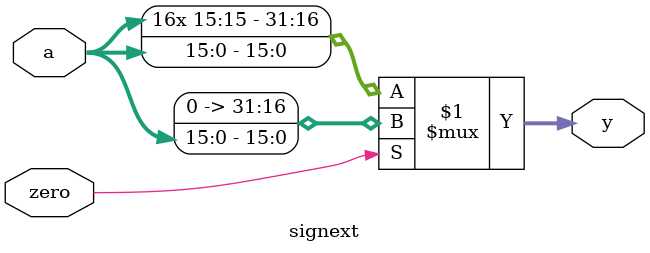
<source format=v>
`timescale 1ns/1ps

module signext(input  [15:0] a,
					input 		  zero,
               output [31:0] y);

  // version with selection between zero and sign extetion
  assign #1 y = zero ? {16'b0, a} : {{16{a[15]}}, a};
endmodule
</source>
